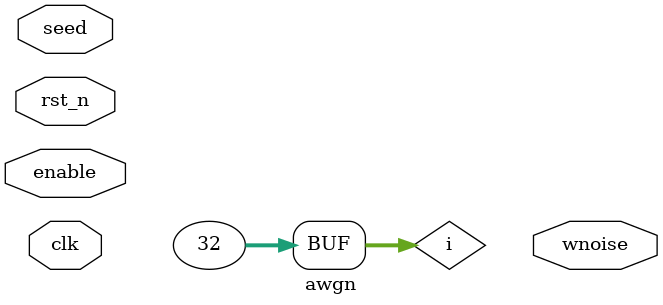
<source format=v>
/* 
 Project : AWGN using Box Mueler method
 Author  : Arul K. Subbiah
 Email   : asubbiah@scu.edu
 Desc    : This module produces the additive whit gaussian noise
           using the Box Mueler method
 */
module awgn 
  ( 
	 input wire 		  clk,
	 input wire 		  rst_n,
	 input wire 		  enable, 
	 input wire [15:0]  seed,
	 output wire [15:0] wnoise
	 );

	//++++++++++++++++++++++++++++++++++++++++++++++++++++++++++
	// Funnctions used in this module
	//++++++++++++++++++++++++++++++++++++++++++++++++++++++++++
	function [15:0] nxt_pseudo_rndm;
		input [15:0] 	  cur_pseudo_rndm;
		reg 				  random_bit;
		begin
			random_bit = cur_pseudo_rndm[15] ^ cur_pseudo_rndm[3] ^ cur_pseudo_rndm[2] ^ cur_pseudo_rndm[0];
			nxt_pseudo_rndm = {cur_pseudo_rndm[14:0],random_bit};
		end
	endfunction // nxt_pseudo_rndm

	// Varaibles and signals for this module
   genvar 	  g_i;
	
	//++++++++++++++++++++++++++++++++++++++++++++++++++++++++++
	// Declaration of the wire and reg
	//++++++++++++++++++++++++++++++++++++++++++++++++++++++++++
	
	// Generate 4 seeds from the given seed
	reg [15:0] l_seed [3:0];
	wire [15:0] nxt_seed [3:0];


	//++++++++++++++++++++++++++++++++++++++++++++++++++++++++++
	// Logic to generate multiple seeds from the single seed
	//++++++++++++++++++++++++++++++++++++++++++++++++++++++++++
	// Detect the posedge of the enable and load the seed
	reg 		  d_enable;
	always @(posedge clk or negedge rst_n) begin
		if(!rst_n) begin
			d_enable <= 'd0;
		end else begin
			d_enable <= enable;
		end
	end

	assign load_begin = ~d_enable & enable;
	
	// Generate a loop for 4 seeds 
	generate
		for (g_i=0;g_i<4;g_i=g_i+1) begin : gen_seeds
			if(g_i == 0) begin : gen_for_s0
				assign nxt_seed[g_i] = seed ^ 16'h80f1;
			end else begin
				assign nxt_seed[g_i] =  (nxt_seed[g_i-1] << g_i) ^ 16'h80f1;
			end
			
			// Register the seed value into a flop
			always @(posedge clk or negedge rst_n) begin
				if(!rst_n) begin
					l_seed[g_i] <= 'd0;
				end else begin
					if(load_begin) begin
						l_seed[g_i] <= nxt_seed[g_i];
					end else begin
						l_seed[g_i] <= nxt_pseudo_rndm(l_seed[g_i]);
					end
				end
			end
		end
	endgenerate

	// Generate the leading zero indicator for the input
	reg [5:0] leading_zero;
	wire [31:0] u0;

	assign u0 = {l_seed[0],l_seed[1]}; // Concatenated to get a 32 bit valuenn

	integer 		i;
	always @(*) begin
		leading_zero = 0;
		for(i=0;i<32;i=i+1) begin
			if(u0[i] == 1'b1) begin
				leading_zero = i;
			end
		end
	end

	//++++++++++++++++++++++++++++++++++++++++++++++++++++++++++
	// ROM table entry for first order 
	//++++++++++++++++++++++++++++++++++++++++++++++++++++++++++
	
	
endmodule
</source>
